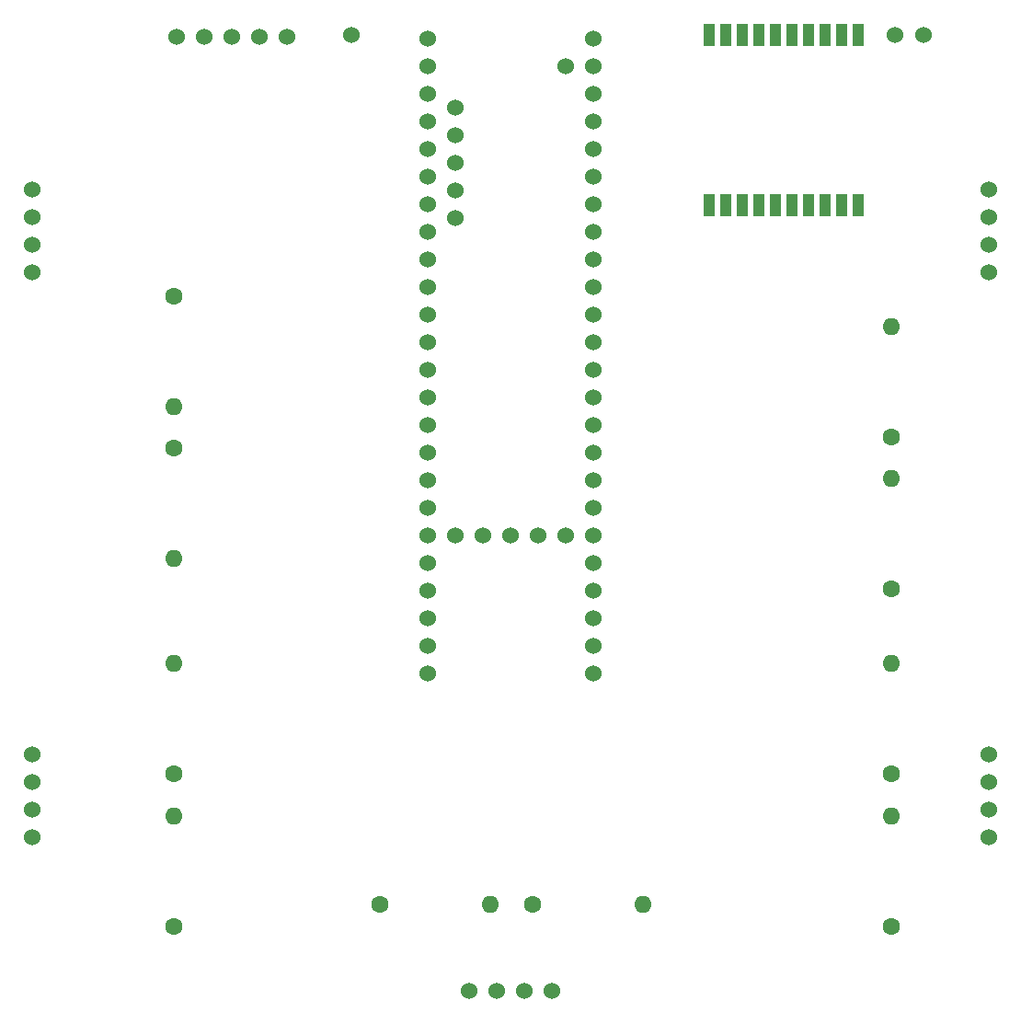
<source format=gbr>
%TF.GenerationSoftware,KiCad,Pcbnew,(5.1.10)-1*%
%TF.CreationDate,2021-11-04T17:31:58-05:00*%
%TF.ProjectId,gpsv1.1,67707376-312e-4312-9e6b-696361645f70,rev?*%
%TF.SameCoordinates,Original*%
%TF.FileFunction,Soldermask,Top*%
%TF.FilePolarity,Negative*%
%FSLAX46Y46*%
G04 Gerber Fmt 4.6, Leading zero omitted, Abs format (unit mm)*
G04 Created by KiCad (PCBNEW (5.1.10)-1) date 2021-11-04 17:31:58*
%MOMM*%
%LPD*%
G01*
G04 APERTURE LIST*
%ADD10C,1.524000*%
%ADD11C,1.600000*%
%ADD12O,1.600000X1.600000*%
%ADD13R,1.000000X2.000000*%
G04 APERTURE END LIST*
D10*
%TO.C,J3*%
X128005000Y-56032000D03*
%TD*%
%TO.C,J2*%
X125365000Y-56032000D03*
%TD*%
%TO.C,J1*%
X75365000Y-56032000D03*
%TD*%
%TO.C,TOF5*%
X86190000Y-144000000D03*
X88730000Y-144000000D03*
X91270000Y-144000000D03*
X93810000Y-144000000D03*
%TD*%
%TO.C,TOF4*%
X134000000Y-129810000D03*
X134000000Y-127270000D03*
X134000000Y-124730000D03*
X134000000Y-122190000D03*
%TD*%
%TO.C,TOF3*%
X134000000Y-77810000D03*
X134000000Y-75270000D03*
X134000000Y-72730000D03*
X134000000Y-70190000D03*
%TD*%
%TO.C,TOF2*%
X46000000Y-70190000D03*
X46000000Y-72730000D03*
X46000000Y-75270000D03*
X46000000Y-77810000D03*
%TD*%
%TO.C,TOF1*%
X46000000Y-122190000D03*
X46000000Y-124730000D03*
X46000000Y-127270000D03*
X46000000Y-129810000D03*
%TD*%
%TO.C,Teensy1*%
X95080000Y-58840000D03*
X84920000Y-72810000D03*
X84920000Y-70270000D03*
X84920000Y-67730000D03*
X84920000Y-65190000D03*
X84920000Y-62650000D03*
X95080000Y-102020000D03*
X92540000Y-102020000D03*
X90000000Y-102020000D03*
X87460000Y-102020000D03*
X84920000Y-102020000D03*
X97620000Y-91860000D03*
X82380000Y-91860000D03*
X97620000Y-56300000D03*
X97620000Y-58840000D03*
X97620000Y-61380000D03*
X82380000Y-56300000D03*
X82380000Y-58840000D03*
X97620000Y-94400000D03*
X97620000Y-96940000D03*
X97620000Y-99480000D03*
X97620000Y-102020000D03*
X97620000Y-104560000D03*
X97620000Y-107100000D03*
X97620000Y-109640000D03*
X97620000Y-112180000D03*
X97620000Y-114720000D03*
X82380000Y-114720000D03*
X82380000Y-112180000D03*
X82380000Y-109640000D03*
X82380000Y-107100000D03*
X82380000Y-104560000D03*
X82380000Y-102020000D03*
X82380000Y-99480000D03*
X82380000Y-96940000D03*
X82380000Y-94400000D03*
X97620000Y-63920000D03*
X97620000Y-66460000D03*
X97620000Y-69000000D03*
X97620000Y-71540000D03*
X97620000Y-74080000D03*
X97620000Y-76620000D03*
X97620000Y-79160000D03*
X97620000Y-81700000D03*
X97620000Y-84240000D03*
X97620000Y-86780000D03*
X97620000Y-89320000D03*
X82380000Y-89320000D03*
X82380000Y-86780000D03*
X82380000Y-84240000D03*
X82380000Y-81700000D03*
X82380000Y-79160000D03*
X82380000Y-76620000D03*
X82380000Y-74080000D03*
X82380000Y-71540000D03*
X82380000Y-69000000D03*
X82380000Y-66460000D03*
X82380000Y-63920000D03*
X82380000Y-61380000D03*
%TD*%
D11*
%TO.C,R9*%
X92000000Y-136000000D03*
D12*
X102160000Y-136000000D03*
%TD*%
D11*
%TO.C,R6*%
X125000000Y-124000000D03*
D12*
X125000000Y-113840000D03*
%TD*%
D11*
%TO.C,R10*%
X78000000Y-136000000D03*
D12*
X88160000Y-136000000D03*
%TD*%
D11*
%TO.C,R5*%
X125000000Y-93000000D03*
D12*
X125000000Y-82840000D03*
%TD*%
D11*
%TO.C,R8*%
X125000000Y-138000000D03*
D12*
X125000000Y-127840000D03*
%TD*%
D11*
%TO.C,R7*%
X125000000Y-107000000D03*
D12*
X125000000Y-96840000D03*
%TD*%
D11*
%TO.C,R4*%
X59000000Y-94000000D03*
D12*
X59000000Y-104160000D03*
%TD*%
D11*
%TO.C,R3*%
X59000000Y-124000000D03*
D12*
X59000000Y-113840000D03*
%TD*%
D11*
%TO.C,R2*%
X59000000Y-80000000D03*
D12*
X59000000Y-90160000D03*
%TD*%
D11*
%TO.C,R1*%
X59000000Y-138000000D03*
D12*
X59000000Y-127840000D03*
%TD*%
D13*
%TO.C,PA1*%
X108285000Y-55999000D03*
X109809000Y-55999000D03*
X111333000Y-55999000D03*
X112857000Y-55999000D03*
X114381000Y-55999000D03*
X115905000Y-55999000D03*
X117429000Y-55999000D03*
X118953000Y-55999000D03*
X120477000Y-55999000D03*
X122001000Y-55999000D03*
X122001000Y-71620000D03*
X120477000Y-71620000D03*
X118953000Y-71620000D03*
X117429000Y-71620000D03*
X115905000Y-71620000D03*
X114381000Y-71620000D03*
X112857000Y-71620000D03*
X111333000Y-71620000D03*
X109809000Y-71620000D03*
X108285000Y-71620000D03*
%TD*%
D10*
%TO.C,MAG1*%
X59285000Y-56190000D03*
X61825000Y-56190000D03*
X64365000Y-56190000D03*
X66905000Y-56190000D03*
X69445000Y-56190000D03*
%TD*%
M02*

</source>
